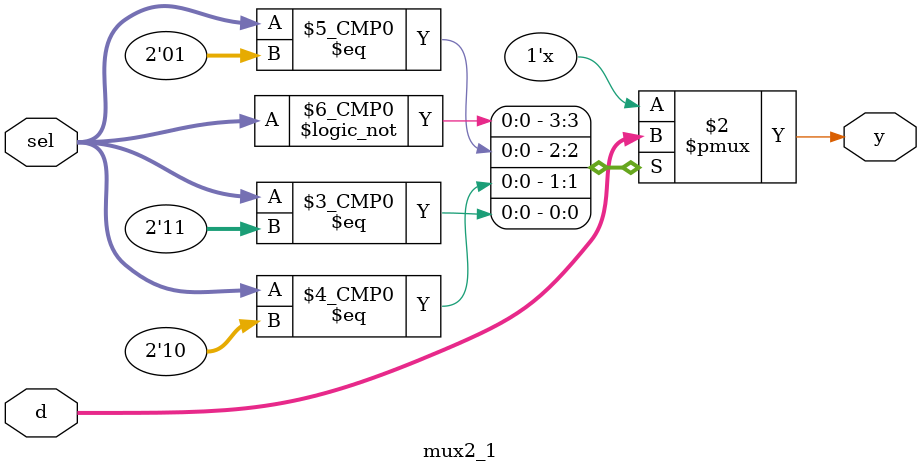
<source format=v>
    

    //GATE METHOD
//module mux2_1(input i0,i1,sel,output y);
//wire a1,a2,nsel;
// not (nsel,sel);
// and (a1,i0,nsel);
// and (a2,i1,sel);
// or (y,ai,a2);
//endmodule

    //Behavioural Method
//    module mux2_1(input i0,i1,sel,output reg y );
//    always@(*)begin
//    if(!sel)
//    y=i0;
//    else
//    y=i1;
//    end
//    endmodule
    //using case
module mux2_1(input[0:1]sel,input[0:3]d,output reg y);
always@(*)begin
case(sel)
2'b00:y = d[0];
2'b01:y = d[1];
2'b10:y = d[2];
2'b11:y = d[3];
endcase
end
endmodule

</source>
